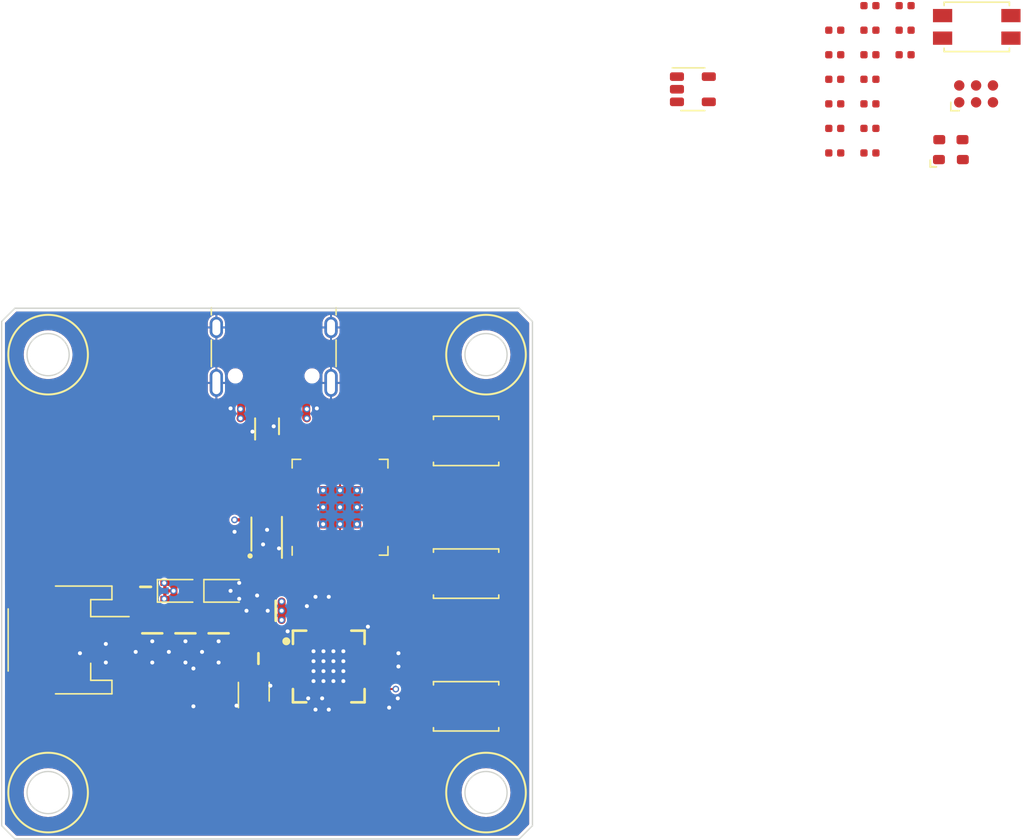
<source format=kicad_pcb>
(kicad_pcb (version 20221018) (generator pcbnew)
  (layers (0 "F.Cu" signal) (1 "In1.Cu" signal) (2 "In2.Cu" signal) (31 "B.Cu" signal) (34 "B.Paste" user) (35 "F.Paste" user) (36 "B.SilkS" user "B.Silkscreen") (37 "F.SilkS" user "F.Silkscreen") (38 "B.Mask" user) (39 "F.Mask" user) (44 "Edge.Cuts" user))
  (net 0 "")
  (net 1 "+5V")
  (net 2 "GND")
  (net 3 "/Power stage/V_{O,PROT}")
  (net 4 "+3.3V")
  (net 5 "+1V1")
  (net 6 "/Power stage/I_{MEAS,REF}")
  (net 7 "Net-(C20-Pad1)")
  (net 8 "/Power stage/IN+")
  (net 9 "/IMEAS_0")
  (net 10 "/Power stage/OUTPUT")
  (net 11 "/D_P")
  (net 12 "Net-(J1-CC2)")
  (net 14 "/D_N")
  (net 15 "Net-(J1-CC1)")
  (net 17 "/P_SWDIO")
  (net 19 "/P_SWCLK")
  (net 21 "/Power stage/IN-")
  (net 22 "/Power stage/V_{O}")
  (net 23 "Net-(X1-Tri-State)")
  (net 24 "Net-(R7-Pad2)")
  (net 25 "Net-(U4-~{CS})")
  (net 26 "Net-(U1-I_{SET})")
  (net 27 "/ENABLE0")
  (net 28 "/VREF_0")
  (net 29 "Net-(R14-Pad2)")
  (net 30 "/CURR0")
  (net 31 "/TEMP0")
  (net 32 "/D_FS_P")
  (net 33 "/D_FS_N")
  (net 34 "Net-(U4-DO(IO1))")
  (net 35 "Net-(U4-IO2)")
  (net 36 "Net-(U4-DI(IO0))")
  (net 37 "Net-(U4-CLK)")
  (net 38 "Net-(U4-IO3)")
  (net 39 "/VMEAS_0")
  (net 40 "/SW1")
  (net 41 "/SW2")
  (net 42 "/SW3")
  (net 51 "Net-(U5-XIN)")
  (footprint "passive:R_0402" (layer "F.Cu") (at 114.65 122.9 -90)
    (fp_text reference "R11" hide)
    (fp_text value "10k" hide)
  )
  (footprint "passive:R_0402" (layer "F.Cu") (at 105.6 129 180)
    (fp_text reference "R9" hide)
    (fp_text value "10k" hide)
  )
  (footprint "passive:C_0402" (layer "F.Cu") (at 155.43 79.05)
    (fp_text reference "C13" hide)
    (fp_text value "0.1u" hide)
  )
  (footprint "passive:C_0402" (layer "F.Cu") (at 155.43 77.2)
    (fp_text reference "C12" hide)
    (fp_text value "0.1u" hide)
  )
  (footprint "sot:SOT-23-5" (layer "F.Cu") (at 142.0875 83.5)
    (fp_text reference "U6" hide)
    (fp_text value "NCP161ASN330T1G" hide)
  )
  (footprint "passive:C_0402" (layer "F.Cu") (at 118.75 126)
    (fp_text reference "C21" hide)
    (fp_text value "0.1u" hide)
  )
  (footprint "passive:C_0402" (layer "F.Cu") (at 152.78 80.9)
    (fp_text reference "C7" hide)
    (fp_text value "2.2u" hide)
  )
  (footprint "Button_Switch_SMD:SW_SPST_EVQP2" (layer "F.Cu") (at 125 110)
    (fp_text reference "SW2" hide)
    (fp_text value "SW_Push" hide)
  )
  (footprint "sot:SOT-563" (layer "F.Cu") (at 110 108.9 90)
    (fp_text reference "U3" hide)
    (fp_text value "NUF2042XV6T1G" hide)
  )
  (footprint "son:USON-8-3x2mm-EP" (layer "F.Cu") (at 109.97 117.27 90)
    (fp_text reference "U4" hide)
    (fp_text value "W25Q8" hide)
  )
  (footprint "passive:C_0402" (layer "F.Cu") (at 105.15 127.6 90)
    (fp_text reference "C22" hide)
    (fp_text value "0.1u" hide)
  )
  (footprint "passive:R_0402" (layer "F.Cu") (at 105.6 130)
    (fp_text reference "R10" hide)
    (fp_text value "10k" hide)
  )
  (footprint "Connector_JST:JST_PH_S2B-PH-SM4-TB_1x02-1MP_P2.00mm_Horizontal" (layer "F.Cu") (at 95 125 -90)
    (fp_text reference "J3" hide)
    (fp_text value "FakeBattery" hide)
  )
  (footprint "passive:C_1206" (layer "F.Cu") (at 101.35 124.5 -90)
    (fp_text reference "C24" hide)
    (fp_text value "100u" hide)
  )
  (footprint "passive:R_0402" (layer "F.Cu") (at 158.08 77.2)
    (fp_text reference "R4" hide)
    (fp_text value "5.1k" hide)
  )
  (footprint "passive:C_0402" (layer "F.Cu") (at 152.78 86.45)
    (fp_text reference "C10" hide)
    (fp_text value "0.1u" hide)
  )
  (footprint "passive:R_0603" (layer "F.Cu") (at 100.85 121 90)
    (fp_text reference "FB1" hide)
    (fp_text value "BLM18KG471SN1D" hide)
  )
  (footprint "Package_TO_SOT_SMD:SOT-363_SC-70-6" (layer "F.Cu") (at 109 128.9 90)
    (fp_text reference "U2" hide)
    (fp_text value "INA199A1DCKR" hide)
  )
  (footprint "passive:R_0402" (layer "F.Cu") (at 118.75 125 180)
    (fp_text reference "R13" hide)
    (fp_text value "10k" hide)
  )
  (footprint "passive:C_0402" (layer "F.Cu") (at 110.8 124.8 90)
    (fp_text reference "C25" hide)
    (fp_text value "0.1u" hide)
  )
  (footprint "passive:C_0402" (layer "F.Cu") (at 155.43 84.6)
    (fp_text reference "C16" hide)
    (fp_text value "0.1u" hide)
  )
  (footprint "passive:C_0402" (layer "F.Cu") (at 110.95 128.9 90)
    (fp_text reference "C3" hide)
    (fp_text value "0.1u" hide)
  )
  (footprint "passive:C_0402" (layer "F.Cu") (at 118.75 124 180)
    (fp_text reference "C20" hide)
    (fp_text value "0.1u" hide)
  )
  (footprint "passive:R_0402" (layer "F.Cu") (at 158.08 79.05)
    (fp_text reference "R5" hide)
    (fp_text value "5.1k" hide)
  )
  (footprint "passive:R_0402" (layer "F.Cu") (at 118.75 123)
    (fp_text reference "R12" hide)
    (fp_text value "10k" hide)
  )
  (footprint "passive:C_0402" (layer "F.Cu") (at 152.78 82.75)
    (fp_text reference "C8" hide)
    (fp_text value "2.2u" hide)
  )
  (footprint "passive:C_1206" (layer "F.Cu") (at 103.85 124.5 -90)
    (fp_text reference "C23" hide)
    (fp_text value "100u" hide)
  )
  (footprint "qfn:PVQFN-N12-1EP_5.0x5.0mm_P1.0mm_EP3.12x3.12mm" (layer "F.Cu") (at 114.65 127)
    (fp_text reference "U1" hide)
    (fp_text value "OPA567AIRHGR" hide)
  )
  (footprint "passive:R_0402" (layer "F.Cu") (at 118.75 129.4 180)
    (fp_text reference "R8" hide)
    (fp_text value "7.68k" hide)
  )
  (footprint "passive:R_0402" (layer "F.Cu") (at 109.4 124.3)
    (fp_text reference "R16" hide)
    (fp_text value "100k" hide)
  )
  (footprint "passive:R_0402" (layer "F.Cu") (at 106.55 128)
    (fp_text reference "R14" hide)
    (fp_text value "10k" hide)
  )
  (footprint "passive:C_0402" (layer "F.Cu") (at 155.43 80.9)
    (fp_text reference "C14" hide)
    (fp_text value "0.1u" hide)
  )
  (footprint "passive:C_0402" (layer "F.Cu") (at 155.43 88.3)
    (fp_text reference "C19" hide)
    (fp_text value "2.2u" hide)
  )
  (footprint "passive:R_0402" (layer "F.Cu") (at 107.65 118.6 180)
    (fp_text reference "R7" hide)
    (fp_text value "1k" hide)
  )
  (footprint "passive:C_0402" (layer "F.Cu") (at 155.43 86.45)
    (fp_text reference "C18" hide)
    (fp_text value "2.2u" hide)
  )
  (footprint "passive:R_0402" (layer "F.Cu") (at 118.75 128)
    (fp_text reference "R2" hide)
    (fp_text value "10k" hide)
  )
  (footprint "passive:R_0603" (layer "F.Cu") (at 109.35 126.4 180)
    (fp_text reference "R3" hide)
    (fp_text value "20m" hide)
  )
  (footprint "Button_Switch_SMD:SW_SPST_EVQP2" (layer "F.Cu") (at 125 120)
    (fp_text reference "SW4" hide)
    (fp_text value "SW_Push" hide)
  )
  (footprint "Button_Switch_SMD:SW_SPST_EVQP2" (layer "F.Cu") (at 163.48 78.8)
    (fp_text reference "SW1" hide)
    (fp_text value "SW_Push" hide)
  )
  (footprint "Button_Switch_SMD:SW_SPST_EVQP2" (layer "F.Cu") (at 125 130)
    (fp_text reference "SW3" hide)
    (fp_text value "SW_Push" hide)
  )
  (footprint "passive:C_0402" (layer "F.Cu") (at 113.65 122.9 90)
    (fp_text reference "C2" hide)
    (fp_text value "0.1u" hide)
  )
  (footprint "Diode_SMD:D_SOD-323" (layer "F.Cu") (at 106.85 121.3)
    (fp_text reference "D2" hide)
    (fp_text value "1A, 40V" hide)
  )
  (footprint "qfn:RP2040-QFN-56" (layer "F.Cu") (at 115.5 115 90)
    (fp_text reference "U5" hide)
    (fp_text value "RP2040" hide)
  )
  (footprint "passive:C_0402" (layer "F.Cu") (at 155.43 82.75)
    (fp_text reference "C15" hide)
    (fp_text value "0.1u" hide)
  )
  (footprint "Diode_SMD:D_SOD-323" (layer "F.Cu") (at 103.35 121.3)
    (fp_text reference "D1" hide)
    (fp_text value "1A, 40V" hide)
  )
  (footprint "passive:C_0402" (layer "F.Cu") (at 152.78 88.3)
    (fp_text reference "C11" hide)
    (fp_text value "0.1u" hide)
  )
  (footprint "passive:R_0402" (layer "F.Cu") (at 158.08 80.9)
    (fp_text reference "R6" hide)
    (fp_text value "1k" hide)
  )
  (footprint "passive:C_0402" (layer "F.Cu") (at 152.78 79.05)
    (fp_text reference "C6" hide)
    (fp_text value "2.2u" hide)
  )
  (footprint "passive:C_0402" (layer "F.Cu") (at 108.2 116.4 -90)
    (fp_text reference "C5" hide)
    (fp_text value "0.1u" hide)
  )
  (footprint "connectors:USB_C_Receptacle_USB4105" (layer "F.Cu") (at 110.5 102.5 180)
    (fp_text reference "J1" hide)
    (fp_text value "USB_C_Receptacle_USB2.0" hide)
  )
  (footprint "passive:C_0402" (layer "F.Cu") (at 107 129.5 -90)
    (fp_text reference "C17" hide)
    (fp_text value "0.1u" hide)
  )
  (footprint "passive:R_0402" (layer "F.Cu") (at 118.75 127 180)
    (fp_text reference "R1" hide)
    (fp_text value "10k" hide)
  )
  (footprint "passive:C_0402" (layer "F.Cu") (at 152.78 84.6)
    (fp_text reference "C9" hide)
    (fp_text value "0.1u" hide)
  )
  (footprint "passive:C_1206" (layer "F.Cu") (at 110.65 122.8 180)
    (fp_text reference "C1" hide)
    (fp_text value "47u" hide)
  )
  (footprint "Connector:Tag-Connect_TC2030-IDC-NL_2x03_P1.27mm_Vertical" (layer "F.Cu") (at 163.43 83.85)
    (fp_text reference "J2" hide)
    (fp_text value "tag-connect-swd" hide)
  )
  (footprint "passive:C_1206" (layer "F.Cu") (at 106.35 124.5 -90)
    (fp_text reference "C4" hide)
    (fp_text value "100u" hide)
  )
  (footprint "passive:R_0402" (layer "F.Cu") (at 109.4 125.3 180)
    (fp_text reference "R15" hide)
    (fp_text value "100k" hide)
  )
  (footprint "crystals:Crystal_SMD_2520-4Pin_2.5x2.0mm" (layer "F.Cu") (at 161.53 88.05)
    (fp_text reference "X1" hide)
    (fp_text value "12 MHz" hide)
  )
  (gr_circle (center 126.5 103.5) (end 129.5 103.5) (stroke (width 0.15)) (fill none) (layer "F.SilkS"))
  (gr_circle (center 93.5 103.5) (end 96.5 103.5) (stroke (width 0.15)) (fill none) (layer "F.SilkS"))
  (gr_circle (center 93.5 136.5) (end 96.5 136.5) (stroke (width 0.15)) (fill none) (layer "F.SilkS"))
  (gr_circle (center 126.5 136.5) (end 129.5 136.5) (stroke (width 0.15)) (fill none) (layer "F.SilkS"))
  (gr_line (start 130 101) (end 130 139) (stroke (width 0.1)) (layer "Edge.Cuts"))
  (gr_line (start 129 140) (end 91 140) (stroke (width 0.1)) (layer "Edge.Cuts"))
  (gr_circle (center 93.5 103.5) (end 95.0875 103.5) (stroke (width 0.1)) (fill none) (layer "Edge.Cuts"))
  (gr_line (start 130 139) (end 129 140) (stroke (width 0.1)) (layer "Edge.Cuts"))
  (gr_circle (center 93.5 136.5) (end 95.0875 136.5) (stroke (width 0.1)) (fill none) (layer "Edge.Cuts"))
  (gr_line (start 90 101) (end 91 100) (stroke (width 0.1)) (layer "Edge.Cuts"))
  (gr_circle (center 126.5 103.5) (end 128.0875 103.5) (stroke (width 0.1)) (fill none) (layer "Edge.Cuts"))
  (gr_line (start 90 139) (end 90 101) (stroke (width 0.1)) (layer "Edge.Cuts"))
  (gr_line (start 129 100) (end 130 101) (stroke (width 0.1)) (layer "Edge.Cuts"))
  (gr_line (start 91 140) (end 90 139) (stroke (width 0.1)) (layer "Edge.Cuts"))
  (gr_line (start 91 100) (end 129 100) (stroke (width 0.1)) (layer "Edge.Cuts"))
  (gr_circle (center 126.5 136.5) (end 128.0875 136.5) (stroke (width 0.1)) (fill none) (layer "Edge.Cuts"))
  (segment (start 110.15 129.35) (end 109.65 129.85) (width 0.35) (layer "F.Cu") (net 1))
  (segment (start 112.95 106.545) (end 112.95 108.25) (width 0.6) (layer "F.Cu") (net 1))
  (segment (start 108.05 106.545) (end 108.05 108.25) (width 0.6) (layer "F.Cu") (net 1))
  (segment (start 112.05 123.1) (end 112.05 122.8) (width 0.35) (layer "F.Cu") (net 1))
  (segment (start 108.822335 108.3) (end 108 108.3) (width 0.3) (layer "F.Cu") (net 1))
  (segment (start 111.1 122.8) (end 112.05 122.8) (width 0.6) (layer "F.Cu") (net 1))
  (segment (start 112.25 126) (end 112.25 123) (width 0.35) (layer "F.Cu") (net 1))
  (segment (start 110.95 129.35) (end 110.15 129.35) (width 0.35) (layer "F.Cu") (net 1))
  (segment (start 112.25 123) (end 112.05 122.8) (width 0.35) (layer "F.Cu") (net 1))
  (segment (start 109.247335 108.725) (end 108.822335 108.3) (width 0.3) (layer "F.Cu") (net 1))
  (segment (start 110 108.5) (end 109.775 108.725) (width 0.3) (layer "F.Cu") (net 1))
  (segment (start 110 108.2) (end 110 108.5) (width 0.3) (layer "F.Cu") (net 1))
  (segment (start 112.3 123.35) (end 112.05 123.1) (width 0.35) (layer "F.Cu") (net 1))
  (segment (start 108.05 108.25) (end 108 108.3) (width 0.6) (layer "F.Cu") (net 1))
  (segment (start 109.775 108.725) (end 109.247335 108.725) (width 0.3) (layer "F.Cu") (net 1))
  (segment (start 111.1 122.1) (end 111.1 123.5) (width 0.6) (layer "F.Cu") (net 1))
  (segment (start 113.65 124.6) (end 113.65 123.35) (width 0.35) (layer "F.Cu") (net 1))
  (segment (start 112.95 108.25) (end 113 108.3) (width 0.6) (layer "F.Cu") (net 1))
  (segment (start 113.65 123.35) (end 112.3 123.35) (width 0.35) (layer "F.Cu") (net 1))
  (via (at 102.95 121.3) (size 0.5) (drill 0.3) (layers "F.Cu" "B.Cu") (net 1))
  (via (at 108 107.6) (size 0.5) (drill 0.3) (layers "F.Cu" "B.Cu") (net 1))
  (via (at 108 108.3) (size 0.5) (drill 0.3) (layers "F.Cu" "B.Cu") (net 1))
  (via (at 111.1 123.5) (size 0.5) (drill 0.3) (layers "F.Cu" "B.Cu") (net 1))
  (via (at 102.25 120.7) (size 0.5) (drill 0.3) (layers "F.Cu" "B.Cu") (net 1))
  (via (at 113 108.3) (size 0.5) (drill 0.3) (layers "F.Cu" "B.Cu") (net 1))
  (via (at 111.1 122.8) (size 0.5) (drill 0.3) (layers "F.Cu" "B.Cu") (net 1))
  (via (at 113 107.6) (size 0.5) (drill 0.3) (layers "F.Cu" "B.Cu") (net 1))
  (via (at 102.25 121.9) (size 0.5) (drill 0.3) (layers "F.Cu" "B.Cu") (net 1))
  (via (at 111.1 122.1) (size 0.5) (drill 0.3) (layers "F.Cu" "B.Cu") (net 1))
  (segment (start 110.8 124.35) (end 110.05 123.6) (width 0.15) (layer "F.Cu") (net 2))
  (segment (start 110.05 123.6) (end 110.05 122.8) (width 0.15) (layer "F.Cu") (net 2))
  (segment (start 114.65 129.4) (end 114.65 128.45) (width 0.35) (layer "F.Cu") (net 2))
  (segment (start 113.65 129.4) (end 113.65 128.25) (width 0.35) (layer "F.Cu") (net 2))
  (segment (start 114.65 128.45) (end 115 128.1) (width 0.35) (layer "F.Cu") (net 2))
  (segment (start 113.65 128.25) (end 113.5 128.1) (width 0.35) (layer "F.Cu") (net 2))
  (segment (start 109.25 124) (end 109.25 122.8) (width 0.15) (layer "F.Cu") (net 2))
  (segment (start 108.95 124.3) (end 109.25 124) (width 0.15) (layer "F.Cu") (net 2))
  (via (at 108.9 109.3) (size 0.5) (drill 0.3) (layers "F.Cu" "B.Cu") (net 2))
  (via (at 113.5 127.35) (size 0.5) (drill 0.3) (layers "F.Cu" "B.Cu") (net 2))
  (via (at 107.55 116.85) (size 0.5) (drill 0.3) (layers "F.Cu" "B.Cu") (net 2))
  (via (at 100.1 125.9) (size 0.5) (drill 0.3) (layers "F.Cu" "B.Cu") (net 2))
  (via (at 109.25 121.65) (size 0.5) (drill 0.3) (layers "F.Cu" "B.Cu") (net 2))
  (via (at 114.25 126.6) (size 0.5) (drill 0.3) (layers "F.Cu" "B.Cu") (net 2))
  (via (at 113.75 107.55) (size 0.5) (drill 0.3) (layers "F.Cu" "B.Cu") (net 2))
  (via (at 115.75 125.85) (size 0.5) (drill 0.3) (layers "F.Cu" "B.Cu") (net 2))
  (via (at 119.9 127) (size 0.5) (drill 0.3) (layers "F.Cu" "B.Cu") (net 2))
  (via (at 113.65 121.75) (size 0.5) (drill 0.3) (layers "F.Cu" "B.Cu") (net 2))
  (via (at 107.25 121.3) (size 0.5) (drill 0.3) (layers "F.Cu" "B.Cu") (net 2))
  (via (at 113 122.45) (size 0.5) (drill 0.3) (layers "F.Cu" "B.Cu") (net 2))
  (via (at 119.9 126) (size 0.5) (drill 0.3) (layers "F.Cu" "B.Cu") (net 2))
  (via (at 97.85 126.7) (size 0.5) (drill 0.3) (layers "F.Cu" "B.Cu") (net 2))
  (via (at 105.1 125.9) (size 0.5) (drill 0.3) (layers "F.Cu" "B.Cu") (net 2))
  (via (at 107.9 121.9) (size 0.5) (drill 0.3) (layers "F.Cu" "B.Cu") (net 2))
  (via (at 115 128.1) (size 0.5) (drill 0.3) (layers "F.Cu" "B.Cu") (net 2))
  (via (at 108.45 122.8) (size 0.5) (drill 0.3) (layers "F.Cu" "B.Cu") (net 2))
  (via (at 101.35 125.1) (size 0.5) (drill 0.3) (layers "F.Cu" "B.Cu") (net 2))
  (via (at 115.75 128.1) (size 0.5) (drill 0.3) (layers "F.Cu" "B.Cu") (net 2))
  (via (at 95.9 126) (size 0.5) (drill 0.3) (layers "F.Cu" "B.Cu") (net 2))
  (via (at 106.35 126.7) (size 0.5) (drill 0.3) (layers "F.Cu" "B.Cu") (net 2))
  (via (at 119.85 129.4) (size 0.5) (drill 0.3) (layers "F.Cu" "B.Cu") (net 2))
  (via (at 110 116.7) (size 0.5) (drill 0.3) (layers "F.Cu" "B.Cu") (net 2))
  (via (at 114.65 121.75) (size 0.5) (drill 0.3) (layers "F.Cu" "B.Cu") (net 2))
  (via (at 107.25 107.55) (size 0.5) (drill 0.3) (layers "F.Cu" "B.Cu") (net 2))
  (via (at 113.1 129.4) (size 0.5) (drill 0.3) (layers "F.Cu" "B.Cu") (net 2))
  (via (at 115 127.35) (size 0.5) (drill 0.3) (layers "F.Cu" "B.Cu") (net 2))
  (via (at 110.9 118.1) (size 0.5) (drill 0.3) (layers "F.Cu" "B.Cu") (net 2))
  (via (at 110.25 128.45) (size 0.5) (drill 0.3) (layers "F.Cu" "B.Cu") (net 2))
  (via (at 111.55 124.35) (size 0.5) (drill 0.3) (layers "F.Cu" "B.Cu") (net 2))
  (via (at 104.45 127.15) (size 0.5) (drill 0.3) (layers "F.Cu" "B.Cu") (net 2))
  (via (at 114.65 130.25) (size 0.5) (drill 0.3) (layers "F.Cu" "B.Cu") (net 2))
  (via (at 101.35 126.7) (size 0.5) (drill 0.3) (layers "F.Cu" "B.Cu") (net 2))
  (via (at 109.7 117.8) (size 0.5) (drill 0.3) (layers "F.Cu" "B.Cu") (net 2))
  (via (at 113.5 125.85) (size 0.5) (drill 0.3) (layers "F.Cu" "B.Cu") (net 2))
  (via (at 115 125.85) (size 0.5) (drill 0.3) (layers "F.Cu" "B.Cu") (net 2))
  (via (at 106.35 125.1) (size 0.5) (drill 0.3) (layers "F.Cu" "B.Cu") (net 2))
  (via (at 114.25 125.85) (size 0.5) (drill 0.3) (layers "F.Cu" "B.Cu") (net 2))
  (via (at 119.2 130.1) (size 0.5) (drill 0.3) (layers "F.Cu" "B.Cu") (net 2))
  (via (at 103.85 126.7) (size 0.5) (drill 0.3) (layers "F.Cu" "B.Cu") (net 2))
  (via (at 117.6 124) (size 0.5) (drill 0.3) (layers "F.Cu" "B.Cu") (net 2))
  (via (at 115.75 126.6) (size 0.5) (drill 0.3) (layers "F.Cu" "B.Cu") (net 2))
  (via (at 115.75 127.35) (size 0.5) (drill 0.3) (layers "F.Cu" "B.Cu") (net 2))
  (via (at 102.6 125.9) (size 0.5) (drill 0.3) (layers "F.Cu" "B.Cu") (net 2))
  (via (at 113.5 126.6) (size 0.5) (drill 0.3) (layers "F.Cu" "B.Cu") (net 2))
  (via (at 114.25 128.1) (size 0.5) (drill 0.3) (layers "F.Cu" "B.Cu") (net 2))
  (via (at 104.45 130) (size 0.5) (drill 0.3) (layers "F.Cu" "B.Cu") (net 2))
  (via (at 107.7 129.95) (size 0.5) (drill 0.3) (layers "F.Cu" "B.Cu") (net 2))
  (via (at 97.85 125.3) (size 0.5) (drill 0.3) (layers "F.Cu" "B.Cu") (net 2))
  (via (at 115 126.6) (size 0.5) (drill 0.3) (layers "F.Cu" "B.Cu") (net 2))
  (via (at 113.65 130.25) (size 0.5) (drill 0.3) (layers "F.Cu" "B.Cu") (net 2))
  (via (at 103.85 125.1) (size 0.5) (drill 0.3) (layers "F.Cu" "B.Cu") (net 2))
  (via (at 114.25 127.35) (size 0.5) (drill 0.3) (layers "F.Cu" "B.Cu") (net 2))
  (via (at 110.5 108.9) (size 0.5) (drill 0.3) (layers "F.Cu" "B.Cu") (net 2))
  (via (at 110.05 122.8) (size 0.5) (drill 0.3) (layers "F.Cu" "B.Cu") (net 2))
  (via (at 107.9 120.7) (size 0.5) (drill 0.3) (layers "F.Cu" "B.Cu") (net 2))
  (via (at 114.15 129.4) (size 0.5) (drill 0.3) (layers "F.Cu" "B.Cu") (net 2))
  (via (at 113.5 128.1) (size 0.5) (drill 0.3) (layers "F.Cu" "B.Cu") (net 2))
  (segment (start 108.2 126.4) (end 108.7 126.4) (width 1) (layer "F.Cu") (net 3))
  (segment (start 105.1 123.05) (end 105.05 123.1) (width 1) (layer "F.Cu") (net 3))
  (segment (start 109.15 126.85) (end 109.15 127.2) (width 0.15) (layer "F.Cu") (net 3))
  (segment (start 105.1 122) (end 105.8 121.3) (width 1) (layer "F.Cu") (net 3))
  (segment (start 101.35 123.1) (end 101.15 123.1) (width 1) (layer "F.Cu") (net 3))
  (segment (start 109.15 127.2) (end 109 127.35) (width 0.15) (layer "F.Cu") (net 3))
  (segment (start 105.05 123.1) (end 106.35 123.1) (width 1) (layer "F.Cu") (net 3))
  (segment (start 106.35 123.65) (end 107.9 125.2) (width 1) (layer "F.Cu") (net 3))
  (segment (start 108.7 126.4) (end 109.15 126.85) (width 0.15) (layer "F.Cu") (net 3))
  (segment (start 104.4 121.3) (end 105.1 122) (width 1) (layer "F.Cu") (net 3))
  (segment (start 101.35 123.1) (end 105.05 123.1) (width 1) (layer "F.Cu") (net 3))
  (segment (start 107.9 125.2) (end 107.9 126.1) (width 1) (layer "F.Cu") (net 3))
  (segment (start 100.85 122.8) (end 100.85 121.65) (width 1) (layer "F.Cu") (net 3))
  (segment (start 101.15 123.1) (end 100.85 122.8) (width 1) (layer "F.Cu") (net 3))
  (segment (start 106.35 123.1) (end 106.35 123.65) (width 1) (layer "F.Cu") (net 3))
  (segment (start 107.9 126.1) (end 108.2 126.4) (width 1) (layer "F.Cu") (net 3))
  (segment (start 109 127.35) (end 109 127.95) (width 0.15) (layer "F.Cu") (net 3))
  (segment (start 105.1 122) (end 105.1 123.05) (width 1) (layer "F.Cu") (net 3))
  (segment (start 109.22 115.92) (end 108.23 115.92) (width 0.25) (layer "F.Cu") (net 4))
  (segment (start 108.2 115.95) (end 107.55 115.95) (width 0.25) (layer "F.Cu") (net 4))
  (segment (start 108.23 115.92) (end 108.2 115.95) (width 0.25) (layer "F.Cu") (net 4))
  (via (at 107.55 115.95) (size 0.5) (drill 0.3) (layers "F.Cu" "B.Cu") (net 4))
  (segment (start 106.05 130) (end 106.05 129) (width 0.15) (layer "F.Cu") (net 6))
  (segment (start 108.35 129.7) (end 107.7 129.05) (width 0.15) (layer "F.Cu") (net 6))
  (segment (start 108.35 129.85) (end 108.35 129.7) (width 0.15) (layer "F.Cu") (net 6))
  (segment (start 107.7 129.05) (end 107 129.05) (width 0.15) (layer "F.Cu") (net 6))
  (segment (start 106.95 129) (end 107 129.05) (width 0.15) (layer "F.Cu") (net 6))
  (segment (start 106.05 129) (end 106.95 129) (width 0.15) (layer "F.Cu") (net 6))
  (segment (start 119.2 125) (end 119.2 123) (width 0.15) (layer "F.Cu") (net 7))
  (segment (start 117.05 126) (end 118.3 126) (width 0.15) (layer "F.Cu") (net 8))
  (segment (start 118.3 125) (end 118.3 126) (width 0.15) (layer "F.Cu") (net 8))
  (segment (start 106.05 128.05) (end 106.1 128) (width 0.15) (layer "F.Cu") (net 9))
  (segment (start 105.15 128.05) (end 106.05 128.05) (width 0.15) (layer "F.Cu") (net 9))
  (segment (start 97.85 122.5) (end 100 120.35) (width 1) (layer "F.Cu") (net 10))
  (segment (start 97.85 124) (end 97.85 122.5) (width 1) (layer "F.Cu") (net 10))
  (segment (start 100 120.35) (end 100.85 120.35) (width 1) (layer "F.Cu") (net 10))
  (segment (start 109.75 107.55) (end 109.5 107.8) (width 0.15) (layer "F.Cu") (net 11))
  (segment (start 109.5 107.8) (end 109.5 108.2) (width 0.15) (layer "F.Cu") (net 11))
  (segment (start 109.75 106.545) (end 109.75 107.55) (width 0.15) (layer "F.Cu") (net 11))
  (segment (start 110.25 107.55) (end 110.5 107.8) (width 0.15) (layer "F.Cu") (net 14))
  (segment (start 110.5 107.8) (end 110.5 108.2) (width 0.15) (layer "F.Cu") (net 14))
  (segment (start 110.25 106.545) (end 110.25 107.55) (width 0.15) (layer "F.Cu") (net 14))
  (segment (start 117 127) (end 118.3 127) (width 0.15) (layer "F.Cu") (net 21))
  (segment (start 118.3 127) (end 118.3 128) (width 0.15) (layer "F.Cu") (net 21))
  (segment (start 120.4 128.55) (end 119.85 128) (width 0.15) (layer "F.Cu") (net 22))
  (segment (start 119.8 130.9) (end 120.4 130.3) (width 0.15) (layer "F.Cu") (net 22))
  (segment (start 110 126.4) (end 108.95 125.35) (width 0.15) (layer "F.Cu") (net 22))
  (segment (start 112.25 130.25) (end 112.9 130.9) (width 0.15) (layer "F.Cu") (net 22))
  (segment (start 110 126.4) (end 109.55 126.85) (width 0.15) (layer "F.Cu") (net 22))
  (segment (start 120.4 130.3) (end 120.4 128.55) (width 0.15) (layer "F.Cu") (net 22))
  (segment (start 109.55 127.2) (end 109.65 127.3) (width 0.15) (layer "F.Cu") (net 22))
  (segment (start 109.65 127.3) (end 109.65 127.95) (width 0.15) (layer "F.Cu") (net 22))
  (segment (start 119.85 128) (end 119.2 128) (width 0.15) (layer "F.Cu") (net 22))
  (segment (start 109.55 126.85) (end 109.55 127.2) (width 0.15) (layer "F.Cu") (net 22))
  (segment (start 112.9 130.9) (end 119.8 130.9) (width 0.15) (layer "F.Cu") (net 22))
  (segment (start 112.25 128) (end 112.25 130.25) (width 0.15) (layer "F.Cu") (net 22))
  (segment (start 108.95 125.35) (end 108.95 125.3) (width 0.15) (layer "F.Cu") (net 22))
  (segment (start 109.22 118.789975) (end 109.875025 119.445) (width 0.15) (layer "F.Cu") (net 25))
  (segment (start 111.682132 118.752107) (end 111.682132 117.680993) (width 0.15) (layer "F.Cu") (net 25))
  (segment (start 111.682132 117.680993) (end 111.763125 117.6) (width 0.15) (layer "F.Cu") (net 25))
  (segment (start 111.763125 117.6) (end 112.0625 117.6) (width 0.15) (layer "F.Cu") (net 25))
  (segment (start 109.875025 119.445) (end 110.989239 119.445) (width 0.15) (layer "F.Cu") (net 25))
  (segment (start 109.22 118.62) (end 109.22 118.789975) (width 0.15) (layer "F.Cu") (net 25))
  (segment (start 110.989239 119.445) (end 111.682132 118.752107) (width 0.15) (layer "F.Cu") (net 25))
  (segment (start 115.65 129.4) (end 118.3 129.4) (width 0.15) (layer "F.Cu") (net 26))
  (segment (start 114.65 124.6) (end 114.65 123.35) (width 0.15) (layer "F.Cu") (net 27))
  (segment (start 108.35 127.95) (end 107.05 127.95) (width 0.15) (layer "F.Cu") (net 29))
  (segment (start 107.05 127.95) (end 107 128) (width 0.15) (layer "F.Cu") (net 29))
  (segment (start 117.35 128) (end 118.05 128.7) (width 0.15) (layer "F.Cu") (net 30))
  (segment (start 119.55 128.7) (end 119.7 128.7) (width 0.15) (layer "F.Cu") (net 30))
  (segment (start 118.05 128.7) (end 119.55 128.7) (width 0.15) (layer "F.Cu") (net 30))
  (segment (start 117.05 128) (end 117.35 128) (width 0.15) (layer "F.Cu") (net 30))
  (via (at 119.7 128.7) (size 0.5) (drill 0.3) (layers "F.Cu" "B.Cu") (net 30))
  (segment (start 115.65 124.6) (end 115.65 122.2) (width 0.15) (layer "F.Cu") (net 31))
  (segment (start 110.864975 119.145) (end 111.382132 118.627843) (width 0.15) (layer "F.Cu") (net 34))
  (segment (start 111.382132 118.627843) (end 111.382132 117.332132) (width 0.15) (layer "F.Cu") (net 34))
  (segment (start 109.72 118.795) (end 110.07 119.145) (width 0.15) (layer "F.Cu") (net 34))
  (segment (start 110.07 119.145) (end 110.864975 119.145) (width 0.15) (layer "F.Cu") (net 34))
  (segment (start 109.72 118.62) (end 109.72 118.795) (width 0.15) (layer "F.Cu") (net 34))
  (segment (start 111.382132 117.332132) (end 111.514264 117.2) (width 0.15) (layer "F.Cu") (net 34))
  (segment (start 111.514264 117.2) (end 112.0625 117.2) (width 0.15) (layer "F.Cu") (net 34))
  (segment (start 110.22 117.97) (end 110.57 117.62) (width 0.15) (layer "F.Cu") (net 35))
  (segment (start 110.97 117.62) (end 111.07 117.52) (width 0.15) (layer "F.Cu") (net 35))
  (segment (start 111.07 117.52) (end 111.07 117.22) (width 0.15) (layer "F.Cu") (net 35))
  (segment (start 110.22 118.62) (end 110.22 117.97) (width 0.15) (layer "F.Cu") (net 35))
  (segment (start 111.49 116.8) (end 112.0625 116.8) (width 0.15) (layer "F.Cu") (net 35))
  (segment (start 111.07 117.22) (end 111.49 116.8) (width 0.15) (layer "F.Cu") (net 35))
  (segment (start 110.57 117.62) (end 110.97 117.62) (width 0.15) (layer "F.Cu") (net 35))
  (segment (start 110.72 115.92) (end 110.72 116.07) (width 0.15) (layer "F.Cu") (net 36))
  (segment (start 111.05 116.4) (end 112.0625 116.4) (width 0.15) (layer "F.Cu") (net 36))
  (segment (start 110.72 116.07) (end 111.05 116.4) (width 0.15) (layer "F.Cu") (net 36))
  (segment (start 111.25 116) (end 112.0625 116) (width 0.15) (layer "F.Cu") (net 37))
  (segment (start 110.864975 115.395) (end 111.07 115.600025) (width 0.15) (layer "F.Cu") (net 37))
  (segment (start 110.57 115.395) (end 110.864975 115.395) (width 0.15) (layer "F.Cu") (net 37))
  (segment (start 110.22 115.745) (end 110.57 115.395) (width 0.15) (layer "F.Cu") (net 37))
  (segment (start 111.07 115.600025) (end 111.07 115.82) (width 0.15) (layer "F.Cu") (net 37))
  (segment (start 111.07 115.82) (end 111.25 116) (width 0.15) (layer "F.Cu") (net 37))
  (segment (start 110.22 115.92) (end 110.22 115.745) (width 0.15) (layer "F.Cu") (net 37))
  (segment (start 111.494239 115.6) (end 112.0625 115.6) (width 0.15) (layer "F.Cu") (net 38))
  (segment (start 110.989239 115.095) (end 111.494239 115.6) (width 0.15) (layer "F.Cu") (net 38))
  (segment (start 110.37 115.095) (end 110.989239 115.095) (width 0.15) (layer "F.Cu") (net 38))
  (segment (start 109.72 115.745) (end 110.37 115.095) (width 0.15) (layer "F.Cu") (net 38))
  (segment (start 109.72 115.92) (end 109.72 115.745) (width 0.15) (layer "F.Cu") (net 38))
  (segment (start 109.85 125.3) (end 109.85 124.3) (width 0.15) (layer "F.Cu") (net 39))
  (segment (start 109.85 125.3) (end 110.75 125.3) (width 0.15) (layer "F.Cu") (net 39))
  (segment (start 110.75 125.3) (end 110.8 125.25) (width 0.15) (layer "F.Cu") (net 39))
  (zone (net 1) (net_name "+5V") (layer "F.Cu") (priority 1) (connect_pads (clearance 0.15)) (min_thickness 0.15) (fill yes (thermal_gap 0.15) (thermal_bridge_width 0.25))
    (polygon (pts (xy 101.95 120.4) (xy 101.95 122.2) (xy 102.75 122.2) (xy 103.25 121.7) (xy 103.25 120.9) (xy 102.75 120.4)))
  )
  (zone (net 22) (net_name "/Power stage/V_{O}") (layer "F.Cu") (priority 1) (connect_pads yes (clearance 0.15)) (min_thickness 0.15) (fill yes (thermal_gap 0.5) (thermal_bridge_width 0.5))
    (polygon (pts (xy 109.75 126.8) (xy 111.65 128.2) (xy 112.05 128.2) (xy 112.05 126.8) (xy 110.85 126) (xy 109.75 126)))
  )
  (zone (net 2) (net_name "GND") (layers "F.Cu" "In1.Cu" "In2.Cu" "B.Cu") (connect_pads (clearance 0.15)) (min_thickness 0.15) (fill yes (thermal_gap 0.15) (thermal_bridge_width 0.15))
    (polygon (pts (xy 90 100) (xy 130 100) (xy 130 140) (xy 90 140)))
  )
)
</source>
